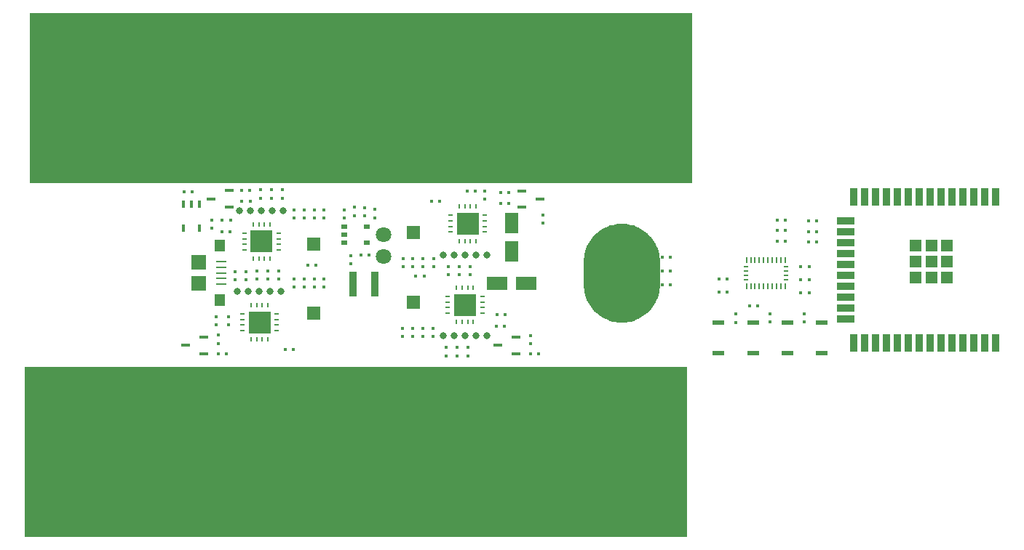
<source format=gtp>
%FSTAX25Y25*%
%MOIN*%
%SFA1B1*%

%IPPOS*%
%ADD15C,0.010000*%
%ADD16R,3.036604X0.782388*%
%ADD17O,0.005905X0.023622*%
%ADD18O,0.023622X0.005905*%
%ADD19R,0.098425X0.098425*%
%ADD20R,0.064960X0.064960*%
%ADD21R,0.003937X0.016929*%
%ADD22R,0.016929X0.003937*%
%ADD23R,0.013780X0.011811*%
%ADD24R,0.011811X0.013780*%
%ADD25R,0.062992X0.092520*%
%ADD26R,0.031496X0.019685*%
%ADD27C,0.031496*%
%ADD28R,0.092520X0.062992*%
%ADD29C,0.070866*%
%ADD30R,0.043307X0.015748*%
%ADD31R,0.015748X0.035433*%
%ADD32C,0.051181*%
%ADD33R,0.047244X0.055118*%
%ADD34R,0.066929X0.066929*%
%ADD35R,0.045275X0.007874*%
%ADD36R,0.035433X0.078740*%
%ADD37R,0.078740X0.035433*%
%ADD38R,0.052362X0.052362*%
%ADD39R,0.032283X0.116929*%
%ADD40R,0.055118X0.023622*%
%ADD41R,0.009843X0.026575*%
%ADD42R,0.022638X0.009843*%
%LNpcb1-1*%
%LPD*%
G36*
X0666858Y0599912D02*
X0669026Y0599588D01*
X0671135Y0598988*
X0673148Y059812*
X0675033Y0597*
X0676758Y0595647*
X0678294Y0594082*
X0679614Y0592332*
X0680699Y0590426*
X0681528Y0588397*
X0682089Y0586277*
X0682372Y0584103*
Y0583007*
Y05725*
Y0571399*
X0682087Y0569217*
X0681522Y0567091*
X0680687Y0565055*
X0679595Y0563144*
X0678265Y0561391*
X067672Y0559825*
X0674984Y0558472*
X0673088Y0557355*
X0671064Y0556493*
X0668945Y05559*
X0666767Y0555587*
X0664566Y0555557*
X0662381Y0555813*
X0660247Y055635*
X06582Y0557158*
X0656276Y0558225*
X0654505Y0559531*
X0652919Y0561056*
X0651543Y0562773*
X0650401Y0564654*
X0649512Y0566667*
X0648891Y0568778*
X0648549Y0570952*
X064852Y0572051*
X0648525Y0583645*
X0648567Y058474*
X0648931Y0586902*
X0649572Y0588999*
X0650477Y0590996*
X0651633Y0592859*
X0653018Y0594558*
X0654612Y0596064*
X0656387Y0597352*
X0658312Y05984*
X0660357Y0599191*
X0662487Y0599712*
X0664666Y0599954*
X0666858Y0599912*
G37*
G54D15*
X0682372Y0583007D02*
D01*
X0682331Y0584188*
X0682207Y0585363*
X0682002Y0586527*
X0681716Y0587673*
X0681351Y0588797*
X0680908Y0589893*
X068039Y0590955*
X06798Y0591978*
X0679139Y0592958*
X0678411Y0593889*
X0677621Y0594767*
X0676771Y0595588*
X0675865Y0596347*
X0674909Y0597042*
X0673907Y0597668*
X0672864Y0598223*
X0671785Y0598703*
X0670674Y0599108*
X0669538Y0599433*
X0668383Y0599679*
X0667212Y0599843*
X0666034Y0599926*
X0664852*
X0663673Y0599843*
X0662503Y0599679*
X0661347Y0599433*
X0660211Y0599108*
X0659101Y0598703*
X0658022Y0598223*
X0656978Y0597668*
X0655976Y0597042*
X065502Y0596347*
X0654115Y0595588*
X0653265Y0594767*
X0652474Y0593889*
X0651747Y0592958*
X0651086Y0591978*
X0650495Y0590955*
X0649977Y0589893*
X0649535Y0588797*
X0649169Y0587673*
X0648884Y0586527*
X0648678Y0585363*
X0648555Y0584188*
X0648514Y0583007*
Y05725D02*
D01*
X0648555Y0571319*
X0648678Y0570143*
X0648884Y056898*
X0649169Y0567833*
X0649535Y0566709*
X0649977Y0565614*
X0650495Y0564552*
X0651086Y0563528*
X0651747Y0562549*
X0652474Y0561618*
X0653265Y056074*
X0654115Y0559919*
X065502Y0559159*
X0655976Y0558465*
X0656978Y0557838*
X0658022Y0557284*
X0659101Y0556803*
X0660211Y0556399*
X0661347Y0556073*
X0662503Y0555828*
X0663673Y0555663*
X0664852Y0555581*
X0666034*
X0667212Y0555663*
X0668383Y0555828*
X0669538Y0556073*
X0670674Y0556399*
X0671785Y0556803*
X0672864Y0557284*
X0673907Y0557838*
X0674909Y0558465*
X0675865Y0559159*
X0676771Y0559919*
X0677621Y056074*
X0678411Y0561618*
X0679139Y0562549*
X06798Y0563528*
X068039Y0564552*
X0680908Y0565614*
X0681351Y0566709*
X0681716Y0567833*
X0682002Y056898*
X0682207Y0570143*
X0682331Y0571319*
X0682372Y05725*
Y0583007*
X0648514Y0572057D02*
Y0583007D01*
G54D16*
X054601Y0657805D03*
X054383Y0495734D03*
G54D17*
X0495877Y054721D03*
X0498436D03*
X0500994D03*
X0503553D03*
Y0562958D03*
X0500994D03*
X0498436D03*
X0495877D03*
X0597659Y0570948D03*
X05951D03*
X0592541D03*
X0589982D03*
Y05552D03*
X0592541D03*
X05951D03*
X0597659D03*
X0598864Y0608181D03*
X0596305D03*
X0593746D03*
X0591187D03*
Y0592433D03*
X0593746D03*
X0596305D03*
X0598864D03*
X0496799Y0600018D03*
X0499358D03*
X0501917D03*
X0504476D03*
Y058427D03*
X0501917D03*
X0499358D03*
X0496799D03*
G54D18*
X0507589Y0551245D03*
Y0553804D03*
Y0556363D03*
Y0558922D03*
X0491841D03*
Y0556363D03*
Y0553804D03*
Y0551245D03*
X0585946Y0566913D03*
Y0564354D03*
Y0561795D03*
Y0559236D03*
X0601694D03*
Y0561795D03*
Y0564354D03*
Y0566913D03*
X0587151Y0604145D03*
Y0601586D03*
Y0599027D03*
Y0596468D03*
X06029D03*
Y0599027D03*
Y0601586D03*
Y0604145D03*
X0492763Y0588305D03*
Y0590864D03*
Y0593423D03*
Y0595982D03*
X0508511D03*
Y0593423D03*
Y0590864D03*
Y0588305D03*
G54D19*
X0499715Y0555084D03*
X059382Y0563074D03*
X0595025Y0600307D03*
X0500637Y0592144D03*
G54D20*
X0570238Y0564354D03*
X0570322Y0596356D03*
X0524343Y055911D03*
Y0590864D03*
G54D21*
X057319Y0558901D03*
X0571222D03*
X0569253D03*
X0567285D03*
Y0569807D03*
X0569253D03*
X0571222D03*
X057319D03*
X0573274Y0601809D03*
X0571306D03*
X0569337D03*
X0567369D03*
Y0590903D03*
X0569337D03*
X0571306D03*
X0573274D03*
X052139Y0553657D03*
X0523359D03*
X0525327D03*
X0527296D03*
Y0564562D03*
X0525327D03*
X0523359D03*
X052139D03*
Y0596317D03*
X0523359D03*
X0525327D03*
X0527296D03*
Y0585411D03*
X0525327D03*
X0523359D03*
X052139D03*
G54D22*
X0564785Y0561401D03*
Y056337D03*
Y0565338D03*
Y0567307D03*
X057569D03*
Y0565338D03*
Y056337D03*
Y0561401D03*
X0575775Y0593403D03*
Y0595372D03*
Y059734D03*
Y0599309D03*
X0564869D03*
Y059734D03*
Y0595372D03*
Y0593403D03*
X051889Y0562063D03*
Y0560094D03*
Y0558126D03*
Y0556157D03*
X0529796D03*
Y0558126D03*
Y0560094D03*
Y0562063D03*
Y0593817D03*
Y0591848D03*
Y058988D03*
Y0587911D03*
X051889D03*
Y058988D03*
Y0591848D03*
Y0593817D03*
G54D23*
X049836Y0578518D03*
Y0574777D03*
X0547943Y0604003D03*
Y0607743D03*
X05Y0612098D03*
Y0615838D03*
X0505118Y0612098D03*
Y0615838D03*
X0510073Y0612098D03*
Y0615838D03*
X0541358Y0581869D03*
Y0585609D03*
X0493537Y0578422D03*
Y0574681D03*
X0488537Y0578422D03*
Y0574681D03*
X0480868Y0545385D03*
Y0549125D03*
X0485417Y0553806D03*
Y0557546D03*
X0479945Y0553948D03*
Y0557688D03*
X0543194Y0604076D03*
Y0607816D03*
X0552624Y0603092D03*
Y0606832D03*
X0538662Y0602784D03*
Y0606524D03*
X06295Y0600629D03*
Y060437D03*
X0477765Y0601959D03*
Y0598219D03*
X0591187Y0580688D03*
Y0576948D03*
X0586231Y0580688D03*
Y0576948D03*
X0574636Y0580588D03*
Y0584328D03*
X0569966D03*
Y0580588D03*
X0596305Y0580688D03*
Y0576948D03*
X0579332Y0580588D03*
Y0584328D03*
X0565371D03*
Y0580588D03*
X06029Y0611629D03*
Y061537D03*
X0529294Y0571138D03*
Y0574878D03*
X0515333D03*
Y0571138D03*
X0524699D03*
Y0574878D03*
X0520029D03*
Y0571138D03*
X0508434Y0574777D03*
Y0578518D03*
X0503478Y0574777D03*
Y0578518D03*
X0565287Y0548586D03*
X0579248D03*
X0595223Y0543456D03*
X0569882Y0548586D03*
X0574552D03*
X0623816Y0545344D03*
X0590105Y0543456D03*
X0565287Y0552326D03*
X0569882D03*
X0579248D03*
X0574552D03*
X0595223Y0539716D03*
X058515D03*
X0590105D03*
X058515Y0543456D03*
X0623816Y0549085D03*
X0524699Y0606632D03*
Y0602892D03*
X0529294Y0606632D03*
Y0602892D03*
X0520029D03*
Y0606632D03*
X0515333Y0602892D03*
Y0606632D03*
X0717833Y0555035D03*
Y0558774D03*
X07335Y0555129D03*
Y055887D03*
X0749304Y055512D03*
Y0558861D03*
G54D24*
X0754814Y0591799D03*
X0751074D03*
X0751092Y05966D03*
X0754833D03*
X05499Y0585811D03*
X054616D03*
X0515085Y0542714D03*
X0511344D03*
X0484609Y0540759D03*
X0480868D03*
X0578449Y0610634D03*
X0582189D03*
X057132Y0576235D03*
X0575061D03*
X0521729Y058141D03*
X052547D03*
X0465129Y0615D03*
X046887D03*
X0610057Y0614706D03*
X0613797D03*
X0598415Y0615131D03*
X0594675D03*
X0610129Y06095D03*
X061387D03*
X0623816Y0540718D03*
X0627557D03*
X0608353Y0558691D03*
X0612093D03*
X0608211Y0553218D03*
X0611951D03*
X0482629Y0602D03*
X048637D03*
X0482488Y0596527D03*
X0486228D03*
X0491629Y0610655D03*
X049537D03*
X0491525Y0615502D03*
X0495266D03*
X0724102Y0562451D03*
X0727842D03*
X075137Y0574666D03*
X0747629D03*
Y0580572D03*
X075137D03*
Y0568564D03*
X0747629D03*
X0713877Y0574948D03*
X0710137D03*
Y0568948D03*
X0713877D03*
X075487Y06015D03*
X0751129D03*
X0740448Y0602039D03*
X0736708D03*
X0740647Y0597144D03*
X0736907D03*
X0684129Y0578651D03*
X068787D03*
X0684129Y0585D03*
X068787D03*
Y0572303D03*
X0684129D03*
X074054Y0592389D03*
X07368D03*
G54D25*
X0615Y0587498D03*
Y0600687D03*
G54D26*
X0538662Y0598942D03*
Y0595202D03*
Y0591462D03*
X0548898D03*
Y0598942D03*
G54D27*
X0583864Y0586039D03*
X0588864D03*
X0593864D03*
X0598864D03*
X0603864D03*
X050964Y0569427D03*
X050464D03*
X049964D03*
X049464D03*
X048964D03*
X0598944Y0548807D03*
X0603944D03*
X0583944D03*
X0588944D03*
X0593944D03*
X0490637Y0606411D03*
X0495637D03*
X0500637D03*
X0505637D03*
X0510637D03*
G54D28*
X0608503Y0572838D03*
X0621692D03*
G54D29*
X0556644Y0585326D03*
Y0595326D03*
G54D30*
X0474133Y0540759D03*
Y054824D03*
X0465866Y05445D03*
X0619736Y0615269D03*
Y0607789D03*
X0628003Y0611529D03*
X0617081Y0540718D03*
X0608814Y0544459D03*
X0617081Y0548199D03*
X0477542Y0611762D03*
X048581Y0615502D03*
Y0608022D03*
G54D31*
X0472281Y0609137D03*
X0468541D03*
X0464801D03*
Y0598114D03*
X0472281D03*
G54D32*
X0533119Y0510257D03*
Y0502895D03*
Y0495533D03*
X0561546Y0495588D03*
Y050295D03*
Y0510312D03*
Y0645208D03*
Y065257D03*
Y0659933D03*
X0533119Y0645208D03*
Y065257D03*
Y0659933D03*
G54D33*
X048133Y0565155D03*
Y0590351D03*
G54D34*
X0471685Y0573029D03*
Y0582477D03*
G54D35*
X0482216Y0572635D03*
Y0575194D03*
Y0577753D03*
Y0580312D03*
Y0582871D03*
G54D36*
X0836937Y0612464D03*
X0831937D03*
X0826937D03*
X0821937D03*
X0816937D03*
X0811937D03*
X0806937D03*
X0801937D03*
X0796937D03*
X0791937D03*
X0786937D03*
X0781937D03*
X0776937D03*
X0771937D03*
Y0545535D03*
X0776937D03*
X0781937D03*
X0786937D03*
X0791937D03*
X0796937D03*
X0801937D03*
X0806937D03*
X0811937D03*
X0816937D03*
X0821937D03*
X0826937D03*
X0831937D03*
X0836937D03*
G54D37*
X0768Y06015D03*
Y05965D03*
Y05915D03*
Y05865D03*
Y05815D03*
Y05765D03*
Y05715D03*
Y05665D03*
Y05615D03*
Y05565D03*
G54D38*
X0814633Y0590161D03*
Y0582937D03*
Y0575712D03*
X0807409Y0590161D03*
Y0582937D03*
Y0575712D03*
X0800185Y0590161D03*
Y0582937D03*
Y0575712D03*
G54D39*
X05525Y05725D03*
X05425D03*
G54D40*
X072572Y0555086D03*
Y0540913D03*
X0741468Y0555086D03*
Y0540913D03*
X0757216Y0555086D03*
Y0540913D03*
X0709972Y0555086D03*
Y0540913D03*
G54D41*
X0740434Y0571467D03*
X0722717D03*
X0724686D03*
X0726654D03*
X0728623D03*
X0730591D03*
X073256D03*
X0734528D03*
X0736497D03*
X0738465D03*
X0740434Y058377D03*
X0738465D03*
X0736497D03*
X0734528D03*
X073256D03*
X0730591D03*
X0728623D03*
X0726654D03*
X0724686D03*
X0722717D03*
G54D42*
X0722471Y0580572D03*
Y0578603D03*
Y0576635D03*
Y0574666D03*
X074068D03*
Y0576635D03*
Y0578603D03*
Y0580572D03*
M02*
</source>
